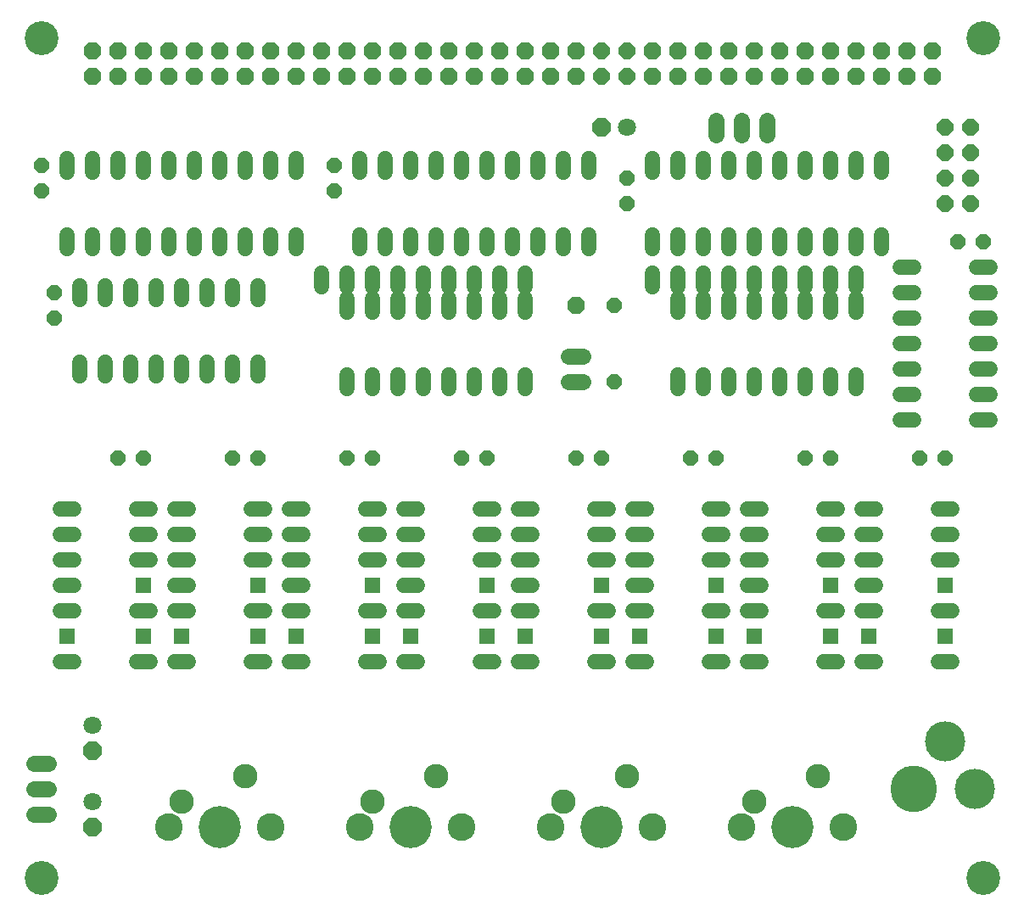
<source format=gbs>
G75*
%MOIN*%
%OFA0B0*%
%FSLAX24Y24*%
%IPPOS*%
%LPD*%
%AMOC8*
5,1,8,0,0,1.08239X$1,22.5*
%
%ADD10C,0.1330*%
%ADD11OC8,0.0680*%
%ADD12OC8,0.0600*%
%ADD13OC8,0.0640*%
%ADD14C,0.0600*%
%ADD15R,0.0595X0.0595*%
%ADD16OC8,0.0710*%
%ADD17C,0.0710*%
%ADD18C,0.0966*%
%ADD19C,0.1092*%
%ADD20C,0.1655*%
%ADD21C,0.0640*%
%ADD22C,0.1830*%
%ADD23C,0.1580*%
D10*
X001680Y001180D03*
X038680Y001180D03*
X038680Y034180D03*
X001680Y034180D03*
D11*
X003680Y033680D03*
X003680Y032680D03*
X004680Y032680D03*
X004680Y033680D03*
X005680Y033680D03*
X005680Y032680D03*
X006680Y032680D03*
X006680Y033680D03*
X007680Y033680D03*
X007680Y032680D03*
X008680Y032680D03*
X008680Y033680D03*
X009680Y033680D03*
X009680Y032680D03*
X010680Y032680D03*
X010680Y033680D03*
X011680Y033680D03*
X011680Y032680D03*
X012680Y032680D03*
X012680Y033680D03*
X013680Y033680D03*
X013680Y032680D03*
X014680Y032680D03*
X014680Y033680D03*
X015680Y033680D03*
X015680Y032680D03*
X016680Y032680D03*
X016680Y033680D03*
X017680Y033680D03*
X017680Y032680D03*
X018680Y032680D03*
X018680Y033680D03*
X019680Y033680D03*
X019680Y032680D03*
X020680Y032680D03*
X020680Y033680D03*
X021680Y033680D03*
X021680Y032680D03*
X022680Y032680D03*
X022680Y033680D03*
X025680Y033680D03*
X025680Y032680D03*
X026680Y032680D03*
X026680Y033680D03*
X027680Y033680D03*
X027680Y032680D03*
X028680Y032680D03*
X028680Y033680D03*
X029680Y033680D03*
X029680Y032680D03*
X030680Y032680D03*
X030680Y033680D03*
X031680Y033680D03*
X031680Y032680D03*
X032680Y032680D03*
X032680Y033680D03*
X033680Y033680D03*
X033680Y032680D03*
X034680Y032680D03*
X034680Y033680D03*
X035680Y033680D03*
X035680Y032680D03*
X036680Y032680D03*
X036680Y033680D03*
X022680Y023680D03*
D12*
X024180Y023680D03*
X024180Y020680D03*
X023680Y017680D03*
X022680Y017680D03*
X019180Y017680D03*
X018180Y017680D03*
X014680Y017680D03*
X013680Y017680D03*
X010180Y017680D03*
X009180Y017680D03*
X005680Y017680D03*
X004680Y017680D03*
X002180Y023180D03*
X002180Y024180D03*
X001680Y028180D03*
X001680Y029180D03*
X013180Y029180D03*
X013180Y028180D03*
X024680Y027680D03*
X024680Y028680D03*
X027180Y017680D03*
X028180Y017680D03*
X031680Y017680D03*
X032680Y017680D03*
X036180Y017680D03*
X037180Y017680D03*
X037680Y026180D03*
X038680Y026180D03*
D13*
X038180Y027680D03*
X038180Y028680D03*
X038180Y029680D03*
X038180Y030680D03*
X037180Y030680D03*
X037180Y029680D03*
X037180Y028680D03*
X037180Y027680D03*
X024680Y032680D03*
X024680Y033680D03*
X023680Y033680D03*
X023680Y032680D03*
D14*
X023180Y029440D02*
X023180Y028920D01*
X022180Y028920D02*
X022180Y029440D01*
X021180Y029440D02*
X021180Y028920D01*
X020180Y028920D02*
X020180Y029440D01*
X019180Y029440D02*
X019180Y028920D01*
X018180Y028920D02*
X018180Y029440D01*
X017180Y029440D02*
X017180Y028920D01*
X016180Y028920D02*
X016180Y029440D01*
X015180Y029440D02*
X015180Y028920D01*
X014180Y028920D02*
X014180Y029440D01*
X011680Y029440D02*
X011680Y028920D01*
X010680Y028920D02*
X010680Y029440D01*
X009680Y029440D02*
X009680Y028920D01*
X008680Y028920D02*
X008680Y029440D01*
X007680Y029440D02*
X007680Y028920D01*
X006680Y028920D02*
X006680Y029440D01*
X005680Y029440D02*
X005680Y028920D01*
X004680Y028920D02*
X004680Y029440D01*
X003680Y029440D02*
X003680Y028920D01*
X002680Y028920D02*
X002680Y029440D01*
X002680Y026440D02*
X002680Y025920D01*
X003680Y025920D02*
X003680Y026440D01*
X004680Y026440D02*
X004680Y025920D01*
X005680Y025920D02*
X005680Y026440D01*
X006680Y026440D02*
X006680Y025920D01*
X007680Y025920D02*
X007680Y026440D01*
X008680Y026440D02*
X008680Y025920D01*
X009680Y025920D02*
X009680Y026440D01*
X010680Y026440D02*
X010680Y025920D01*
X011680Y025920D02*
X011680Y026440D01*
X012680Y024940D02*
X012680Y024420D01*
X013680Y024420D02*
X013680Y024940D01*
X014680Y024940D02*
X014680Y024420D01*
X014680Y023940D02*
X014680Y023420D01*
X013680Y023420D02*
X013680Y023940D01*
X015680Y023940D02*
X015680Y023420D01*
X015680Y024420D02*
X015680Y024940D01*
X016680Y024940D02*
X016680Y024420D01*
X016680Y023940D02*
X016680Y023420D01*
X017680Y023420D02*
X017680Y023940D01*
X017680Y024420D02*
X017680Y024940D01*
X018680Y024940D02*
X018680Y024420D01*
X018680Y023940D02*
X018680Y023420D01*
X019680Y023420D02*
X019680Y023940D01*
X019680Y024420D02*
X019680Y024940D01*
X020680Y024940D02*
X020680Y024420D01*
X020680Y023940D02*
X020680Y023420D01*
X020680Y020940D02*
X020680Y020420D01*
X019680Y020420D02*
X019680Y020940D01*
X018680Y020940D02*
X018680Y020420D01*
X017680Y020420D02*
X017680Y020940D01*
X016680Y020940D02*
X016680Y020420D01*
X015680Y020420D02*
X015680Y020940D01*
X014680Y020940D02*
X014680Y020420D01*
X013680Y020420D02*
X013680Y020940D01*
X010180Y020920D02*
X010180Y021440D01*
X009180Y021440D02*
X009180Y020920D01*
X008180Y020920D02*
X008180Y021440D01*
X007180Y021440D02*
X007180Y020920D01*
X006180Y020920D02*
X006180Y021440D01*
X005180Y021440D02*
X005180Y020920D01*
X004180Y020920D02*
X004180Y021440D01*
X003180Y021440D02*
X003180Y020920D01*
X003180Y023920D02*
X003180Y024440D01*
X004180Y024440D02*
X004180Y023920D01*
X005180Y023920D02*
X005180Y024440D01*
X006180Y024440D02*
X006180Y023920D01*
X007180Y023920D02*
X007180Y024440D01*
X008180Y024440D02*
X008180Y023920D01*
X009180Y023920D02*
X009180Y024440D01*
X010180Y024440D02*
X010180Y023920D01*
X014180Y025920D02*
X014180Y026440D01*
X015180Y026440D02*
X015180Y025920D01*
X016180Y025920D02*
X016180Y026440D01*
X017180Y026440D02*
X017180Y025920D01*
X018180Y025920D02*
X018180Y026440D01*
X019180Y026440D02*
X019180Y025920D01*
X020180Y025920D02*
X020180Y026440D01*
X021180Y026440D02*
X021180Y025920D01*
X022180Y025920D02*
X022180Y026440D01*
X023180Y026440D02*
X023180Y025920D01*
X025680Y025920D02*
X025680Y026440D01*
X026680Y026440D02*
X026680Y025920D01*
X027680Y025920D02*
X027680Y026440D01*
X028680Y026440D02*
X028680Y025920D01*
X029680Y025920D02*
X029680Y026440D01*
X030680Y026440D02*
X030680Y025920D01*
X031680Y025920D02*
X031680Y026440D01*
X032680Y026440D02*
X032680Y025920D01*
X032680Y024940D02*
X032680Y024420D01*
X032680Y023940D02*
X032680Y023420D01*
X031680Y023420D02*
X031680Y023940D01*
X031680Y024420D02*
X031680Y024940D01*
X030680Y024940D02*
X030680Y024420D01*
X030680Y023940D02*
X030680Y023420D01*
X029680Y023420D02*
X029680Y023940D01*
X029680Y024420D02*
X029680Y024940D01*
X028680Y024940D02*
X028680Y024420D01*
X028680Y023940D02*
X028680Y023420D01*
X027680Y023420D02*
X027680Y023940D01*
X027680Y024420D02*
X027680Y024940D01*
X026680Y024940D02*
X026680Y024420D01*
X026680Y023940D02*
X026680Y023420D01*
X025680Y024420D02*
X025680Y024940D01*
X025680Y028920D02*
X025680Y029440D01*
X026680Y029440D02*
X026680Y028920D01*
X027680Y028920D02*
X027680Y029440D01*
X028680Y029440D02*
X028680Y028920D01*
X029680Y028920D02*
X029680Y029440D01*
X030680Y029440D02*
X030680Y028920D01*
X031680Y028920D02*
X031680Y029440D01*
X032680Y029440D02*
X032680Y028920D01*
X033680Y028920D02*
X033680Y029440D01*
X034680Y029440D02*
X034680Y028920D01*
X034680Y026440D02*
X034680Y025920D01*
X033680Y025920D02*
X033680Y026440D01*
X033680Y024940D02*
X033680Y024420D01*
X033680Y023940D02*
X033680Y023420D01*
X035420Y023180D02*
X035940Y023180D01*
X035940Y022180D02*
X035420Y022180D01*
X035420Y021180D02*
X035940Y021180D01*
X035940Y020180D02*
X035420Y020180D01*
X035420Y019180D02*
X035940Y019180D01*
X033680Y020420D02*
X033680Y020940D01*
X032680Y020940D02*
X032680Y020420D01*
X031680Y020420D02*
X031680Y020940D01*
X030680Y020940D02*
X030680Y020420D01*
X029680Y020420D02*
X029680Y020940D01*
X028680Y020940D02*
X028680Y020420D01*
X027680Y020420D02*
X027680Y020940D01*
X026680Y020940D02*
X026680Y020420D01*
X025440Y015680D02*
X024920Y015680D01*
X023940Y015680D02*
X023420Y015680D01*
X023420Y014680D02*
X023940Y014680D01*
X023940Y013680D02*
X023420Y013680D01*
X024920Y013680D02*
X025440Y013680D01*
X025440Y014680D02*
X024920Y014680D01*
X024920Y012680D02*
X025440Y012680D01*
X025440Y011680D02*
X024920Y011680D01*
X023940Y011680D02*
X023420Y011680D01*
X023420Y009680D02*
X023940Y009680D01*
X024920Y009680D02*
X025440Y009680D01*
X027920Y009680D02*
X028440Y009680D01*
X029420Y009680D02*
X029940Y009680D01*
X029940Y011680D02*
X029420Y011680D01*
X028440Y011680D02*
X027920Y011680D01*
X029420Y012680D02*
X029940Y012680D01*
X029940Y013680D02*
X029420Y013680D01*
X029420Y014680D02*
X029940Y014680D01*
X029940Y015680D02*
X029420Y015680D01*
X028440Y015680D02*
X027920Y015680D01*
X027920Y014680D02*
X028440Y014680D01*
X028440Y013680D02*
X027920Y013680D01*
X032420Y013680D02*
X032940Y013680D01*
X033920Y013680D02*
X034440Y013680D01*
X034440Y014680D02*
X033920Y014680D01*
X032940Y014680D02*
X032420Y014680D01*
X032420Y015680D02*
X032940Y015680D01*
X033920Y015680D02*
X034440Y015680D01*
X036920Y015680D02*
X037440Y015680D01*
X037440Y014680D02*
X036920Y014680D01*
X036920Y013680D02*
X037440Y013680D01*
X037440Y011680D02*
X036920Y011680D01*
X036920Y009680D02*
X037440Y009680D01*
X034440Y009680D02*
X033920Y009680D01*
X032940Y009680D02*
X032420Y009680D01*
X032420Y011680D02*
X032940Y011680D01*
X033920Y011680D02*
X034440Y011680D01*
X034440Y012680D02*
X033920Y012680D01*
X038420Y019180D02*
X038940Y019180D01*
X038940Y020180D02*
X038420Y020180D01*
X038420Y021180D02*
X038940Y021180D01*
X038940Y022180D02*
X038420Y022180D01*
X038420Y023180D02*
X038940Y023180D01*
X038940Y024180D02*
X038420Y024180D01*
X038420Y025180D02*
X038940Y025180D01*
X035940Y025180D02*
X035420Y025180D01*
X035420Y024180D02*
X035940Y024180D01*
X020940Y015680D02*
X020420Y015680D01*
X019440Y015680D02*
X018920Y015680D01*
X018920Y014680D02*
X019440Y014680D01*
X019440Y013680D02*
X018920Y013680D01*
X020420Y013680D02*
X020940Y013680D01*
X020940Y014680D02*
X020420Y014680D01*
X020420Y012680D02*
X020940Y012680D01*
X020940Y011680D02*
X020420Y011680D01*
X019440Y011680D02*
X018920Y011680D01*
X018920Y009680D02*
X019440Y009680D01*
X020420Y009680D02*
X020940Y009680D01*
X016440Y009680D02*
X015920Y009680D01*
X014940Y009680D02*
X014420Y009680D01*
X014420Y011680D02*
X014940Y011680D01*
X015920Y011680D02*
X016440Y011680D01*
X016440Y012680D02*
X015920Y012680D01*
X015920Y013680D02*
X016440Y013680D01*
X016440Y014680D02*
X015920Y014680D01*
X014940Y014680D02*
X014420Y014680D01*
X014420Y013680D02*
X014940Y013680D01*
X014940Y015680D02*
X014420Y015680D01*
X015920Y015680D02*
X016440Y015680D01*
X011940Y015680D02*
X011420Y015680D01*
X010440Y015680D02*
X009920Y015680D01*
X009920Y014680D02*
X010440Y014680D01*
X011420Y014680D02*
X011940Y014680D01*
X011940Y013680D02*
X011420Y013680D01*
X010440Y013680D02*
X009920Y013680D01*
X011420Y012680D02*
X011940Y012680D01*
X011940Y011680D02*
X011420Y011680D01*
X010440Y011680D02*
X009920Y011680D01*
X009920Y009680D02*
X010440Y009680D01*
X011420Y009680D02*
X011940Y009680D01*
X007440Y009680D02*
X006920Y009680D01*
X005940Y009680D02*
X005420Y009680D01*
X005420Y011680D02*
X005940Y011680D01*
X006920Y011680D02*
X007440Y011680D01*
X007440Y012680D02*
X006920Y012680D01*
X006920Y013680D02*
X007440Y013680D01*
X007440Y014680D02*
X006920Y014680D01*
X005940Y014680D02*
X005420Y014680D01*
X005420Y013680D02*
X005940Y013680D01*
X005940Y015680D02*
X005420Y015680D01*
X006920Y015680D02*
X007440Y015680D01*
X002940Y015680D02*
X002420Y015680D01*
X002420Y014680D02*
X002940Y014680D01*
X002940Y013680D02*
X002420Y013680D01*
X002420Y012680D02*
X002940Y012680D01*
X002940Y011680D02*
X002420Y011680D01*
X002420Y009680D02*
X002940Y009680D01*
D15*
X002680Y010680D03*
X005680Y010680D03*
X007180Y010680D03*
X005680Y012680D03*
X010180Y012680D03*
X010180Y010680D03*
X011680Y010680D03*
X014680Y010680D03*
X016180Y010680D03*
X014680Y012680D03*
X019180Y012680D03*
X019180Y010680D03*
X020680Y010680D03*
X023680Y010680D03*
X025180Y010680D03*
X023680Y012680D03*
X028180Y012680D03*
X028180Y010680D03*
X029680Y010680D03*
X032680Y010680D03*
X034180Y010680D03*
X032680Y012680D03*
X037180Y012680D03*
X037180Y010680D03*
D16*
X023680Y030680D03*
X003680Y006180D03*
X003680Y003180D03*
D17*
X003680Y004180D03*
X003680Y007180D03*
X024680Y030680D03*
D18*
X024680Y005180D03*
X022180Y004180D03*
X017180Y005180D03*
X014680Y004180D03*
X009680Y005180D03*
X007180Y004180D03*
X029680Y004180D03*
X032180Y005180D03*
D19*
X033180Y003180D03*
X029180Y003180D03*
X025680Y003180D03*
X021680Y003180D03*
X018180Y003180D03*
X014180Y003180D03*
X010680Y003180D03*
X006680Y003180D03*
D20*
X008680Y003180D03*
X016180Y003180D03*
X023680Y003180D03*
X031180Y003180D03*
D21*
X022960Y020680D02*
X022400Y020680D01*
X022400Y021680D02*
X022960Y021680D01*
X028180Y030400D02*
X028180Y030960D01*
X029180Y030960D02*
X029180Y030400D01*
X030180Y030400D02*
X030180Y030960D01*
X001960Y005680D02*
X001400Y005680D01*
X001400Y004680D02*
X001960Y004680D01*
X001960Y003680D02*
X001400Y003680D01*
D22*
X035960Y004680D03*
D23*
X037180Y006570D03*
X038361Y004680D03*
M02*

</source>
